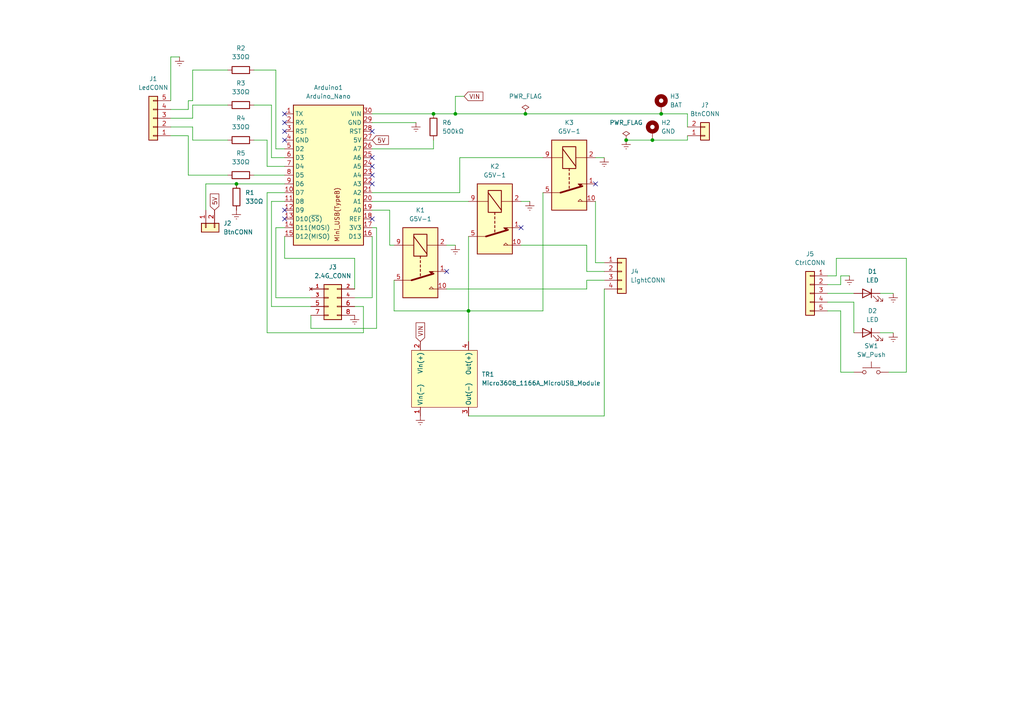
<source format=kicad_sch>
(kicad_sch (version 20211123) (generator eeschema)
  (paper "A4")
  (lib_symbols
    (symbol "Connector_Generic:Conn_01x02" (pin_names (offset 1.016) hide)
      (property "Reference" "J" (at 0 2.54 0))
      (property "Value" "Conn_01x02" (at 0 -5.08 0))
      (symbol "Conn_01x02_1_1"
        (rectangle (start -1.27 -2.413) (end 0 -2.667) (stroke (width 0.1524)))
        (rectangle (start -1.27 0.127) (end 0 -0.127) (stroke (width 0.1524)))
        (rectangle (start -1.27 1.27) (end 1.27 -3.81) (stroke (width 0.254)) (fill (type background)))
        (pin passive line (at -5.08 0 0) (length 3.81) (name "Pin_1") (number "1"))
        (pin passive line (at -5.08 -2.54 0) (length 3.81) (name "Pin_2") (number "2"))
      )
    )
    (symbol "Connector_Generic:Conn_01x04" (pin_names (offset 1.016) hide)
      (property "Reference" "J" (at 0 5.08 0))
      (property "Value" "Conn_01x04" (at 0 -7.62 0))
      (symbol "Conn_01x04_1_1"
        (rectangle (start -1.27 -4.953) (end 0 -5.207) (stroke (width 0.1524)))
        (rectangle (start -1.27 -2.413) (end 0 -2.667) (stroke (width 0.1524)))
        (rectangle (start -1.27 0.127) (end 0 -0.127) (stroke (width 0.1524)))
        (rectangle (start -1.27 2.667) (end 0 2.413) (stroke (width 0.1524)))
        (rectangle (start -1.27 3.81) (end 1.27 -6.35) (stroke (width 0.254)) (fill (type background)))
        (pin passive line (at -5.08 2.54 0) (length 3.81) (name "Pin_1") (number "1"))
        (pin passive line (at -5.08 0 0) (length 3.81) (name "Pin_2") (number "2"))
        (pin passive line (at -5.08 -2.54 0) (length 3.81) (name "Pin_3") (number "3"))
        (pin passive line (at -5.08 -5.08 0) (length 3.81) (name "Pin_4") (number "4"))
      )
    )
    (symbol "Connector_Generic:Conn_01x05" (pin_names (offset 1.016) hide)
      (property "Reference" "J" (at 0 7.62 0))
      (property "Value" "Conn_01x05" (at 0 -7.62 0))
      (symbol "Conn_01x05_1_1"
        (rectangle (start -1.27 -4.953) (end 0 -5.207) (stroke (width 0.1524)))
        (rectangle (start -1.27 -2.413) (end 0 -2.667) (stroke (width 0.1524)))
        (rectangle (start -1.27 0.127) (end 0 -0.127) (stroke (width 0.1524)))
        (rectangle (start -1.27 2.667) (end 0 2.413) (stroke (width 0.1524)))
        (rectangle (start -1.27 5.207) (end 0 4.953) (stroke (width 0.1524)))
        (rectangle (start -1.27 6.35) (end 1.27 -6.35) (stroke (width 0.254)) (fill (type background)))
        (pin passive line (at -5.08 5.08 0) (length 3.81) (name "Pin_1") (number "1"))
        (pin passive line (at -5.08 2.54 0) (length 3.81) (name "Pin_2") (number "2"))
        (pin passive line (at -5.08 0 0) (length 3.81) (name "Pin_3") (number "3"))
        (pin passive line (at -5.08 -2.54 0) (length 3.81) (name "Pin_4") (number "4"))
        (pin passive line (at -5.08 -5.08 0) (length 3.81) (name "Pin_5") (number "5"))
      )
    )
    (symbol "Connector_Generic_MountingPin:2.4G_CONN" (pin_names (offset 1.016) hide)
      (property "Reference" "J2" (at 1.27 8.89 0))
      (property "Value" "2.4G_CONN" (at 1.27 6.35 0))
      (symbol "2.4G_CONN_1_1"
        (rectangle (start -1.27 -4.953) (end 0 -5.207) (stroke (width 0.1524)))
        (rectangle (start -1.27 -2.413) (end 0 -2.667) (stroke (width 0.1524)))
        (rectangle (start -1.27 0.127) (end 0 -0.127) (stroke (width 0.1524)))
        (rectangle (start -1.27 2.667) (end 0 2.413) (stroke (width 0.1524)))
        (rectangle (start -1.27 3.81) (end 3.81 -6.35) (stroke (width 0.254)) (fill (type background)))
        (rectangle (start 3.81 -4.953) (end 2.54 -5.207) (stroke (width 0.1524)))
        (rectangle (start 3.81 -2.413) (end 2.54 -2.667) (stroke (width 0.1524)))
        (rectangle (start 3.81 0.127) (end 2.54 -0.127) (stroke (width 0.1524)))
        (rectangle (start 3.81 2.667) (end 2.54 2.413) (stroke (width 0.1524)))
        (pin no_connect line (at -5.08 2.54 0) (length 3.81) (name "EMPTY") (number "1"))
        (pin passive line (at 7.62 2.54 180) (length 3.81) (name "MISO") (number "2"))
        (pin passive line (at -5.08 0 0) (length 3.81) (name "MOSI") (number "3"))
        (pin passive line (at 7.62 0 180) (length 3.81) (name "SCLK") (number "4"))
        (pin passive line (at -5.08 -2.54 0) (length 3.81) (name "CSN") (number "5"))
        (pin passive line (at 7.62 -2.54 180) (length 3.81) (name "CE") (number "6"))
        (pin passive line (at -5.08 -5.08 0) (length 3.81) (name "VCC") (number "7"))
        (pin passive line (at 7.62 -5.08 180) (length 3.81) (name "GND") (number "8"))
      )
    )
    (symbol "Converter_DCDC:Micro3608_1166A_MicroUSB_Module"
      (property "Reference" "TR" (at 0 -11.43 0))
      (property "Value" "Micro3608_1166A_MicroUSB_Module" (at 0 -8.89 0))
      (symbol "Micro3608_1166A_MicroUSB_Module_0_1"
        (rectangle (start -8.89 11.43) (end 7.62 -7.62) (fill (type background)))
      )
      (symbol "Micro3608_1166A_MicroUSB_Module_1_1"
        (pin power_in line (at -11.43 8.89 0) (length 2.54) (name "Vin(-)") (number "1"))
        (pin power_in line (at 10.16 8.89 180) (length 2.54) (name "Vin(+)") (number "2"))
        (pin power_out line (at -11.43 -5.08 0) (length 2.54) (name "Out(-)") (number "3"))
        (pin power_out line (at 10.16 -5.08 180) (length 2.54) (name "Out(+)") (number "4"))
      )
    )
    (symbol "Device:LED" (pin_numbers hide) (pin_names (offset 1.016) hide)
      (property "Reference" "D" (at 0 2.54 0))
      (property "Value" "LED" (at 0 -2.54 0))
      (symbol "LED_0_1"
        (polyline (pts (xy -1.27 -1.27) (xy -1.27 1.27)) (stroke (width 0.254)))
        (polyline (pts (xy -1.27 0) (xy 1.27 0)))
        (polyline (pts (xy 1.27 -1.27) (xy 1.27 1.27) (xy -1.27 0) (xy 1.27 -1.27)) (stroke (width 0.254)))
        (polyline (pts (xy -3.048 -0.762) (xy -4.572 -2.286) (xy -3.81 -2.286) (xy -4.572 -2.286) (xy -4.572 -1.524)))
        (polyline (pts (xy -1.778 -0.762) (xy -3.302 -2.286) (xy -2.54 -2.286) (xy -3.302 -2.286) (xy -3.302 -1.524)))
      )
      (symbol "LED_1_1"
        (pin passive line (at -3.81 0 0) (length 2.54) (name "K") (number "1"))
        (pin passive line (at 3.81 0 180) (length 2.54) (name "A") (number "2"))
      )
    )
    (symbol "Device:R" (pin_numbers hide) (pin_names (offset 0))
      (property "Reference" "R" (at 2.032 0 90))
      (property "Value" "R" (at 0 0 90))
      (symbol "R_0_1"
        (rectangle (start -1.016 -2.54) (end 1.016 2.54) (stroke (width 0.254)))
      )
      (symbol "R_1_1"
        (pin passive line (at 0 3.81 270) (length 1.27) (name "~") (number "1"))
        (pin passive line (at 0 -3.81 90) (length 1.27) (name "~") (number "2"))
      )
    )
    (symbol "MCU_Module:Arduino_Nano"
      (property "Reference" "Arduino1" (at 0 26.67 0))
      (property "Value" "Arduino_Nano" (at 0 24.13 0))
      (symbol "Arduino_Nano_0_0"
        (text "Mini_USB(TypeB)" (at 2.54 -10.16 900) (effects (font (size 1.27 1.27))))
      )
      (symbol "Arduino_Nano_0_1"
        (rectangle (start -10.16 21.59) (end 10.16 -19.05) (stroke (width 0.254)) (fill (type background)))
      )
      (symbol "Arduino_Nano_1_1"
        (pin input line (at -12.7 19.05 0) (length 2.54) (name "TX") (number "1"))
        (pin bidirectional line (at -12.7 -3.81 0) (length 2.54) (name "D7") (number "10"))
        (pin bidirectional line (at -12.7 -6.35 0) (length 2.54) (name "D8") (number "11"))
        (pin bidirectional line (at -12.7 -8.89 0) (length 2.54) (name "D9") (number "12"))
        (pin bidirectional line (at -12.7 -11.43 0) (length 2.54) (name "D10(~{SS})") (number "13"))
        (pin bidirectional line (at -12.7 -13.97 0) (length 2.54) (name "D11(MOSI)") (number "14"))
        (pin bidirectional line (at -12.7 -16.51 0) (length 2.54) (name "D12(MISO)") (number "15"))
        (pin bidirectional line (at 12.7 -16.51 180) (length 2.54) (name "D13") (number "16"))
        (pin bidirectional line (at 12.7 -13.97 180) (length 2.54) (name "3V3") (number "17"))
        (pin bidirectional line (at 12.7 -11.43 180) (length 2.54) (name "REF") (number "18"))
        (pin bidirectional line (at 12.7 -8.89 180) (length 2.54) (name "A0") (number "19"))
        (pin output line (at -12.7 16.51 0) (length 2.54) (name "RX") (number "2"))
        (pin bidirectional line (at 12.7 -6.35 180) (length 2.54) (name "A1") (number "20"))
        (pin bidirectional line (at 12.7 -3.81 180) (length 2.54) (name "A2") (number "21"))
        (pin bidirectional line (at 12.7 -1.27 180) (length 2.54) (name "A3") (number "22"))
        (pin bidirectional line (at 12.7 1.27 180) (length 2.54) (name "A4") (number "23"))
        (pin bidirectional line (at 12.7 3.81 180) (length 2.54) (name "A5") (number "24"))
        (pin bidirectional line (at 12.7 6.35 180) (length 2.54) (name "A6") (number "25"))
        (pin bidirectional line (at 12.7 8.89 180) (length 2.54) (name "A7") (number "26"))
        (pin bidirectional line (at 12.7 11.43 180) (length 2.54) (name "5V") (number "27"))
        (pin input line (at 12.7 13.97 180) (length 2.54) (name "RST") (number "28"))
        (pin input line (at 12.7 16.51 180) (length 2.54) (name "GND") (number "29"))
        (pin bidirectional line (at -12.7 13.97 0) (length 2.54) (name "RST") (number "3"))
        (pin input line (at 12.7 19.05 180) (length 2.54) (name "VIN") (number "30"))
        (pin bidirectional line (at -12.7 11.43 0) (length 2.54) (name "GND") (number "4"))
        (pin bidirectional line (at -12.7 8.89 0) (length 2.54) (name "D2") (number "5"))
        (pin bidirectional line (at -12.7 6.35 0) (length 2.54) (name "D3") (number "6"))
        (pin bidirectional line (at -12.7 3.81 0) (length 2.54) (name "D4") (number "7"))
        (pin bidirectional line (at -12.7 1.27 0) (length 2.54) (name "D5") (number "8"))
        (pin bidirectional line (at -12.7 -1.27 0) (length 2.54) (name "D6") (number "9"))
      )
    )
    (symbol "Mechanical:MountingHole_Pad" (pin_numbers hide) (pin_names (offset 1.016) hide)
      (property "Reference" "H" (at 0 6.35 0))
      (property "Value" "MountingHole_Pad" (at 0 4.445 0))
      (symbol "MountingHole_Pad_0_1"
        (circle (center 0 1.27) (radius 1.27) (stroke (width 1.27)))
      )
      (symbol "MountingHole_Pad_1_1"
        (pin input line (at 0 -2.54 90) (length 2.54) (name "1") (number "1"))
      )
    )
    (symbol "Relay:G5V-1"
      (property "Reference" "K" (at 11.43 3.81 0))
      (property "Value" "G5V-1" (at 11.43 1.27 0))
      (symbol "G5V-1_0_0"
        (polyline (pts (xy 7.62 5.08) (xy 7.62 2.54) (xy 6.985 3.175) (xy 7.62 3.81)))
      )
      (symbol "G5V-1_0_1"
        (rectangle (start -10.16 5.08) (end 10.16 -5.08) (stroke (width 0.254)) (fill (type background)))
        (rectangle (start -8.255 1.905) (end -1.905 -1.905) (stroke (width 0.254)))
        (polyline (pts (xy -7.62 -1.905) (xy -2.54 1.905)) (stroke (width 0.254)))
        (polyline (pts (xy -5.08 -5.08) (xy -5.08 -1.905)))
        (polyline (pts (xy -5.08 5.08) (xy -5.08 1.905)))
        (polyline (pts (xy -1.905 0) (xy -1.27 0)) (stroke (width 0.254)))
        (polyline (pts (xy -0.635 0) (xy 0 0)) (stroke (width 0.254)))
        (polyline (pts (xy 0.635 0) (xy 1.27 0)) (stroke (width 0.254)))
        (polyline (pts (xy 1.905 0) (xy 2.54 0)) (stroke (width 0.254)))
        (polyline (pts (xy 3.175 0) (xy 3.81 0)) (stroke (width 0.254)))
        (polyline (pts (xy 5.08 -2.54) (xy 3.175 3.81)) (stroke (width 0.508)))
        (polyline (pts (xy 5.08 -2.54) (xy 5.08 -5.08)))
        (polyline (pts (xy 2.54 5.08) (xy 2.54 2.54) (xy 3.175 3.175) (xy 2.54 3.81)) (fill (type outline)))
      )
      (symbol "G5V-1_1_1"
        (pin passive line (at 2.54 7.62 270) (length 2.54) (name "~") (number "1"))
        (pin passive line (at 7.62 7.62 270) (length 2.54) (name "~") (number "10"))
        (pin passive line (at -5.08 7.62 270) (length 2.54) (name "~") (number "2"))
        (pin passive line (at 5.08 -7.62 90) (length 2.54) (name "~") (number "5"))
        (pin passive line (at 5.08 -7.62 90) (length 2.54) hide (name "~") (number "6"))
        (pin passive line (at -5.08 -7.62 90) (length 2.54) (name "~") (number "9"))
      )
    )
    (symbol "Switch:SW_Push" (pin_numbers hide) (pin_names (offset 1.016) hide)
      (property "Reference" "SW" (at 1.27 2.54 0))
      (property "Value" "SW_Push" (at 0 -1.524 0))
      (symbol "SW_Push_0_1"
        (circle (center -2.032 0) (radius 0.508))
        (polyline (pts (xy 0 1.27) (xy 0 3.048)))
        (polyline (pts (xy 2.54 1.27) (xy -2.54 1.27)))
        (circle (center 2.032 0) (radius 0.508))
        (pin passive line (at -5.08 0 0) (length 2.54) (name "1") (number "1"))
        (pin passive line (at 5.08 0 180) (length 2.54) (name "2") (number "2"))
      )
    )
    (symbol "power:Earth" (power) (pin_names (offset 0))
      (symbol "Earth_0_1"
        (polyline (pts (xy -0.635 -1.905) (xy 0.635 -1.905)))
        (polyline (pts (xy -0.127 -2.54) (xy 0.127 -2.54)))
        (polyline (pts (xy 0 -1.27) (xy 0 0)))
        (polyline (pts (xy 1.27 -1.27) (xy -1.27 -1.27)))
      )
      (symbol "Earth_1_1"
        (pin power_in line (at 0 0 270) (length 0) hide (name "Earth") (number "1"))
      )
    )
    (symbol "power:PWR_FLAG" (power) (pin_numbers hide) (pin_names (offset 0) hide)
      (property "Value" "PWR_FLAG" (at 0 3.81 0))
      (symbol "PWR_FLAG_0_0"
        (pin power_out line (at 0 0 90) (length 0) (name "pwr") (number "1"))
      )
      (symbol "PWR_FLAG_0_1"
        (polyline (pts (xy 0 0) (xy 0 1.27) (xy -1.016 1.905) (xy 0 2.54) (xy 1.016 1.905) (xy 0 1.27)))
      )
    )
  )
  (junction (at 189.23 40.64))
  (junction (at 181.61 40.64))
  (junction (at 191.77 33.02))
  (junction (at 132.08 33.02))
  (junction (at 125.73 33.02))
  (junction (at 152.4 33.02))
  (junction (at 68.58 53.34))
  (junction (at 135.89 90.17))
  (no_connect (at 107.95 50.8))
  (no_connect (at 107.95 38.1))
  (no_connect (at 107.95 63.5))
  (no_connect (at 107.95 53.34))
  (no_connect (at 82.55 33.02))
  (no_connect (at 82.55 40.64))
  (no_connect (at 107.95 48.26))
  (no_connect (at 82.55 63.5))
  (no_connect (at 82.55 35.56))
  (no_connect (at 107.95 45.72))
  (no_connect (at 172.72 53.34))
  (no_connect (at 151.13 66.04))
  (no_connect (at 129.54 78.74))
  (no_connect (at 82.55 38.1))
  (no_connect (at 82.55 60.96))
  (wire (pts (xy 107.95 60.96) (xy 113.03 60.96)))
  (wire (pts (xy 240.03 82.55) (xy 243.84 82.55)))
  (wire (pts (xy 77.47 55.88) (xy 77.47 96.52)))
  (wire (pts (xy 66.04 20.32) (xy 55.88 20.32)))
  (wire (pts (xy 133.35 45.72) (xy 133.35 55.88)))
  (wire (pts (xy 55.88 40.64) (xy 55.88 36.83)))
  (wire (pts (xy 73.66 40.64) (xy 77.47 40.64)))
  (wire (pts (xy 114.3 90.17) (xy 114.3 81.28)))
  (wire (pts (xy 80.01 86.36) (xy 90.17 86.36)))
  (wire (pts (xy 125.73 33.02) (xy 132.08 33.02)))
  (wire (pts (xy 77.47 40.64) (xy 77.47 48.26)))
  (wire (pts (xy 170.18 81.28) (xy 175.26 81.28)))
  (wire (pts (xy 151.13 71.12) (xy 170.18 71.12)))
  (wire (pts (xy 172.72 45.72) (xy 175.26 45.72)))
  (wire (pts (xy 157.48 55.88) (xy 157.48 90.17)))
  (wire (pts (xy 132.08 33.02) (xy 152.4 33.02)))
  (wire (pts (xy 68.58 53.34) (xy 82.55 53.34)))
  (wire (pts (xy 125.73 40.64) (xy 125.73 43.18)))
  (wire (pts (xy 135.89 90.17) (xy 135.89 68.58)))
  (wire (pts (xy 107.95 68.58) (xy 107.95 86.36)))
  (wire (pts (xy 129.54 83.82) (xy 170.18 83.82)))
  (wire (pts (xy 129.54 71.12) (xy 132.08 71.12)))
  (wire (pts (xy 54.61 31.75) (xy 49.53 31.75)))
  (wire (pts (xy 240.03 87.63) (xy 247.65 87.63)))
  (wire (pts (xy 78.74 88.9) (xy 90.17 88.9)))
  (wire (pts (xy 152.4 33.02) (xy 191.77 33.02)))
  (wire (pts (xy 54.61 29.21) (xy 54.61 31.75)))
  (wire (pts (xy 199.39 33.02) (xy 199.39 36.83)))
  (wire (pts (xy 170.18 78.74) (xy 175.26 78.74)))
  (wire (pts (xy 77.47 48.26) (xy 82.55 48.26)))
  (wire (pts (xy 255.27 96.52) (xy 259.08 96.52)))
  (wire (pts (xy 82.55 58.42) (xy 78.74 58.42)))
  (wire (pts (xy 59.69 53.34) (xy 59.69 60.96)))
  (wire (pts (xy 113.03 71.12) (xy 114.3 71.12)))
  (wire (pts (xy 107.95 86.36) (xy 102.87 86.36)))
  (wire (pts (xy 66.04 50.8) (xy 54.61 50.8)))
  (wire (pts (xy 132.08 27.94) (xy 134.62 27.94)))
  (wire (pts (xy 113.03 60.96) (xy 113.03 71.12)))
  (wire (pts (xy 170.18 71.12) (xy 170.18 78.74)))
  (wire (pts (xy 73.66 50.8) (xy 82.55 50.8)))
  (wire (pts (xy 55.88 34.29) (xy 49.53 34.29)))
  (wire (pts (xy 54.61 39.37) (xy 49.53 39.37)))
  (wire (pts (xy 170.18 83.82) (xy 170.18 81.28)))
  (wire (pts (xy 66.04 40.64) (xy 55.88 40.64)))
  (wire (pts (xy 80.01 66.04) (xy 80.01 86.36)))
  (wire (pts (xy 135.89 90.17) (xy 114.3 90.17)))
  (wire (pts (xy 78.74 30.48) (xy 78.74 45.72)))
  (wire (pts (xy 54.61 50.8) (xy 54.61 39.37)))
  (wire (pts (xy 107.95 58.42) (xy 135.89 58.42)))
  (wire (pts (xy 82.55 66.04) (xy 80.01 66.04)))
  (wire (pts (xy 243.84 80.01) (xy 246.38 80.01)))
  (wire (pts (xy 105.41 96.52) (xy 105.41 88.9)))
  (wire (pts (xy 247.65 87.63) (xy 247.65 96.52)))
  (wire (pts (xy 102.87 88.9) (xy 105.41 88.9)))
  (wire (pts (xy 191.77 33.02) (xy 199.39 33.02)))
  (wire (pts (xy 135.89 99.06) (xy 135.89 90.17)))
  (wire (pts (xy 255.27 85.09) (xy 259.08 85.09)))
  (wire (pts (xy 157.48 45.72) (xy 133.35 45.72)))
  (wire (pts (xy 262.89 74.93) (xy 262.89 107.95)))
  (wire (pts (xy 78.74 58.42) (xy 78.74 88.9)))
  (wire (pts (xy 55.88 29.21) (xy 54.61 29.21)))
  (wire (pts (xy 109.22 66.04) (xy 109.22 95.25)))
  (wire (pts (xy 157.48 90.17) (xy 135.89 90.17)))
  (wire (pts (xy 175.26 120.65) (xy 175.26 83.82)))
  (wire (pts (xy 102.87 74.93) (xy 102.87 83.82)))
  (wire (pts (xy 73.66 20.32) (xy 80.01 20.32)))
  (wire (pts (xy 90.17 95.25) (xy 109.22 95.25)))
  (wire (pts (xy 107.95 43.18) (xy 125.73 43.18)))
  (wire (pts (xy 66.04 30.48) (xy 55.88 30.48)))
  (wire (pts (xy 55.88 20.32) (xy 55.88 29.21)))
  (wire (pts (xy 55.88 36.83) (xy 49.53 36.83)))
  (wire (pts (xy 172.72 76.2) (xy 175.26 76.2)))
  (wire (pts (xy 240.03 85.09) (xy 247.65 85.09)))
  (wire (pts (xy 151.13 58.42) (xy 153.67 58.42)))
  (wire (pts (xy 73.66 30.48) (xy 78.74 30.48)))
  (wire (pts (xy 242.57 80.01) (xy 242.57 74.93)))
  (wire (pts (xy 243.84 82.55) (xy 243.84 80.01)))
  (wire (pts (xy 78.74 45.72) (xy 82.55 45.72)))
  (wire (pts (xy 132.08 33.02) (xy 132.08 27.94)))
  (wire (pts (xy 257.81 107.95) (xy 262.89 107.95)))
  (wire (pts (xy 189.23 40.64) (xy 199.39 40.64)))
  (wire (pts (xy 172.72 58.42) (xy 172.72 76.2)))
  (wire (pts (xy 80.01 20.32) (xy 80.01 43.18)))
  (wire (pts (xy 107.95 55.88) (xy 133.35 55.88)))
  (wire (pts (xy 181.61 40.64) (xy 189.23 40.64)))
  (wire (pts (xy 80.01 43.18) (xy 82.55 43.18)))
  (wire (pts (xy 82.55 55.88) (xy 77.47 55.88)))
  (wire (pts (xy 82.55 68.58) (xy 82.55 74.93)))
  (wire (pts (xy 77.47 96.52) (xy 105.41 96.52)))
  (wire (pts (xy 240.03 90.17) (xy 243.84 90.17)))
  (wire (pts (xy 242.57 74.93) (xy 262.89 74.93)))
  (wire (pts (xy 107.95 35.56) (xy 120.65 35.56)))
  (wire (pts (xy 135.89 120.65) (xy 175.26 120.65)))
  (wire (pts (xy 243.84 107.95) (xy 247.65 107.95)))
  (wire (pts (xy 49.53 16.51) (xy 52.07 16.51)))
  (wire (pts (xy 243.84 90.17) (xy 243.84 107.95)))
  (wire (pts (xy 199.39 40.64) (xy 199.39 39.37)))
  (wire (pts (xy 107.95 66.04) (xy 109.22 66.04)))
  (wire (pts (xy 55.88 30.48) (xy 55.88 34.29)))
  (wire (pts (xy 49.53 29.21) (xy 49.53 16.51)))
  (wire (pts (xy 59.69 53.34) (xy 68.58 53.34)))
  (wire (pts (xy 240.03 80.01) (xy 242.57 80.01)))
  (wire (pts (xy 107.95 33.02) (xy 125.73 33.02)))
  (wire (pts (xy 90.17 91.44) (xy 90.17 95.25)))
  (wire (pts (xy 82.55 74.93) (xy 102.87 74.93)))
  (global_label "VIN" (shape input) (at 121.92 99.06 90) (property "Intersheet References" "${INTERSHEET_REFS}" (effects hide)))
  (global_label "5V" (shape input) (at 107.95 40.64 0) (property "Intersheet References" "${INTERSHEET_REFS}" (effects hide)))
  (global_label "5V" (shape input) (at 62.23 60.96 90) (property "Intersheet References" "${INTERSHEET_REFS}" (effects hide)))
  (global_label "VIN" (shape input) (at 134.62 27.94 0) (property "Intersheet References" "${INTERSHEET_REFS}" (effects hide)))
  (symbol (lib_id "power:Earth") (at 68.58 60.96 0) (unit 1)
    (property "Reference" "#PWR0114" (effects hide))
    (property "Value" "Earth" (effects hide))
  )
  (symbol (lib_id "Relay:G5V-1") (at 121.92 76.2 270) (unit 1)
    (property "Reference" "K1" (at 121.92 60.96 90))
    (property "Value" "G5V-1" (at 121.92 63.5 90))
    (property "Footprint" "Relay_THT:Relay_SPDT_Omron_G5V-1" (effects hide))
    (property "Datasheet" "http://omronfs.omron.com/en_US/ecb/products/pdf/en-g5v_1.pdf" (effects hide))
  )
  (symbol (lib_id "power:Earth") (at 132.08 71.12 0) (unit 1)
    (property "Reference" "#PWR0112" (effects hide))
    (property "Value" "Earth" (effects hide))
  )
  (symbol (lib_id "power:Earth") (at 121.92 120.65 0) (unit 1)
    (property "Reference" "#PWR0108" (effects hide))
    (property "Value" "Earth" (effects hide))
  )
  (symbol (lib_id "Device:R") (at 69.85 20.32 90) (unit 1)
    (property "Reference" "R2" (at 69.85 13.97 90))
    (property "Value" "330Ω" (at 69.85 16.51 90))
    (property "Footprint" "Resistor_SMD:R_1206_3216Metric_Pad1.30x1.75mm_HandSolder" (effects hide))
  )
  (symbol (lib_id "power:Earth") (at 52.07 16.51 0) (unit 1)
    (property "Reference" "#PWR0101" (effects hide))
    (property "Value" "Earth" (effects hide))
  )
  (symbol (lib_id "Connector_Generic_MountingPin:2.4G_CONN") (at 95.25 86.36 0) (unit 1)
    (property "Reference" "J3" (at 96.52 77.47 0))
    (property "Value" "2.4G_CONN" (at 96.52 80.01 0))
    (property "Footprint" "Connector_PinHeader_2.54mm:PinHeader_2x04_P2.54mm_Vertical" (effects hide))
  )
  (symbol (lib_id "Relay:G5V-1") (at 143.51 63.5 270) (unit 1)
    (property "Reference" "K2" (at 143.51 48.26 90))
    (property "Value" "G5V-1" (at 143.51 50.8 90))
    (property "Footprint" "Relay_THT:Relay_SPDT_Omron_G5V-1" (effects hide))
    (property "Datasheet" "http://omronfs.omron.com/en_US/ecb/products/pdf/en-g5v_1.pdf" (effects hide))
  )
  (symbol (lib_id "power:Earth") (at 246.38 80.01 0) (unit 1)
    (property "Reference" "#PWR0104" (effects hide))
    (property "Value" "Earth" (effects hide))
  )
  (symbol (lib_id "Mechanical:MountingHole_Pad") (at 189.23 38.1 0) (unit 1)
    (property "Reference" "H2" (at 191.77 35.5599 0) (effects (justify left)))
    (property "Value" "GND" (at 191.77 38.0999 0) (effects (justify left)))
    (property "Footprint" "TestPoint:TestPoint_Pad_D3.0mm" (effects hide))
  )
  (symbol (lib_id "Device:LED") (at 251.46 96.52 0) (mirror y) (unit 1)
    (property "Reference" "D2" (at 253.0475 90.17 0))
    (property "Value" "LED" (at 253.0475 92.71 0))
    (property "Footprint" "LED_THT:LED_D5.0mm" (effects hide))
  )
  (symbol (lib_id "Converter_DCDC:Micro3608_1166A_MicroUSB_Module") (at 130.81 109.22 90) (unit 1)
    (property "Reference" "TR1" (at 139.7 108.5849 90) (effects (justify right)))
    (property "Value" "Micro3608_1166A_MicroUSB_Module" (at 139.7 111.1249 90) (effects (justify right)))
    (property "Footprint" "Transistor_Power_Module:Micro3608_1166A_MicroUSB_Module" (effects hide))
  )
  (symbol (lib_id "Switch:SW_Push") (at 252.73 107.95 0) (unit 1)
    (property "Reference" "SW1" (at 252.73 100.33 0))
    (property "Value" "SW_Push" (at 252.73 102.87 0))
    (property "Footprint" "Connector_PinHeader_2.54mm:PinHeader_1x02_P2.54mm_Vertical" (effects hide))
  )
  (symbol (lib_id "Connector_Generic:Conn_01x02") (at 59.69 66.04 90) (mirror x) (unit 1)
    (property "Reference" "J2" (at 64.77 64.7699 90) (effects (justify right)))
    (property "Value" "BtnCONN" (at 64.77 67.3099 90) (effects (justify right)))
    (property "Footprint" "Connector_PinHeader_2.54mm:PinHeader_1x02_P2.54mm_Vertical" (effects hide))
  )
  (symbol (lib_id "Connector_Generic:Conn_01x05") (at 44.45 34.29 180) (unit 1)
    (property "Reference" "J1" (at 44.45 22.86 0))
    (property "Value" "LedCONN" (at 44.45 25.4 0))
    (property "Footprint" "Connector_PinHeader_2.54mm:PinHeader_1x05_P2.54mm_Vertical" (effects hide))
  )
  (symbol (lib_id "power:PWR_FLAG") (at 152.4 33.02 0) (unit 1)
    (property "Reference" "#FLG0101" (effects hide))
    (property "Value" "PWR_FLAG" (at 152.4 27.94 0))
  )
  (symbol (lib_id "power:Earth") (at 153.67 58.42 0) (unit 1)
    (property "Reference" "#PWR0106" (effects hide))
    (property "Value" "Earth" (effects hide))
  )
  (symbol (lib_id "Connector_Generic:Conn_01x02") (at 204.47 39.37 0) (mirror x) (unit 1)
    (property "Reference" "J?" (at 204.47 30.48 0))
    (property "Value" "BtnCONN" (at 204.47 33.02 0))
    (property "Footprint" "Connector_PinHeader_2.54mm:PinHeader_1x02_P2.54mm_Vertical" (effects hide))
  )
  (symbol (lib_id "Device:R") (at 125.73 36.83 0) (unit 1)
    (property "Reference" "R6" (at 128.27 35.5599 0) (effects (justify left)))
    (property "Value" "500kΩ" (at 128.27 38.0999 0) (effects (justify left)))
    (property "Footprint" "Resistor_SMD:R_1206_3216Metric_Pad1.30x1.75mm_HandSolder" (effects hide))
  )
  (symbol (lib_id "power:PWR_FLAG") (at 181.61 40.64 0) (unit 1)
    (property "Reference" "#FLG01" (effects hide))
    (property "Value" "PWR_FLAG" (at 181.61 35.56 0))
  )
  (symbol (lib_id "power:Earth") (at 102.87 91.44 0) (unit 1)
    (property "Reference" "#PWR0113" (effects hide))
    (property "Value" "Earth" (effects hide))
  )
  (symbol (lib_id "MCU_Module:Arduino_Nano") (at 95.25 52.07 0) (unit 1)
    (property "Reference" "Arduino1" (at 95.25 25.4 0))
    (property "Value" "Arduino_Nano" (at 95.25 27.94 0))
    (property "Footprint" "Module:Arduino_Nano" (effects hide))
  )
  (symbol (lib_id "Device:R") (at 69.85 30.48 90) (unit 1)
    (property "Reference" "R3" (at 69.85 24.13 90))
    (property "Value" "330Ω" (at 69.85 26.67 90))
    (property "Footprint" "Resistor_SMD:R_1206_3216Metric_Pad1.30x1.75mm_HandSolder" (effects hide))
  )
  (symbol (lib_id "power:Earth") (at 259.08 96.52 0) (unit 1)
    (property "Reference" "#PWR0102" (effects hide))
    (property "Value" "Earth" (effects hide))
  )
  (symbol (lib_id "Mechanical:MountingHole_Pad") (at 191.77 30.48 0) (unit 1)
    (property "Reference" "H3" (at 194.31 27.9399 0) (effects (justify left)))
    (property "Value" "BAT" (at 194.31 30.4799 0) (effects (justify left)))
    (property "Footprint" "TestPoint:TestPoint_Pad_D3.0mm" (effects hide))
  )
  (symbol (lib_id "power:Earth") (at 120.65 35.56 0) (unit 1)
    (property "Reference" "#PWR0111" (effects hide))
    (property "Value" "Earth" (effects hide))
  )
  (symbol (lib_id "Relay:G5V-1") (at 165.1 50.8 270) (unit 1)
    (property "Reference" "K3" (at 165.1 35.56 90))
    (property "Value" "G5V-1" (at 165.1 38.1 90))
    (property "Footprint" "Relay_THT:Relay_SPDT_Omron_G5V-1" (effects hide))
    (property "Datasheet" "http://omronfs.omron.com/en_US/ecb/products/pdf/en-g5v_1.pdf" (effects hide))
  )
  (symbol (lib_id "power:Earth") (at 181.61 40.64 0) (unit 1)
    (property "Reference" "#PWR02" (effects hide))
    (property "Value" "Earth" (effects hide))
  )
  (symbol (lib_id "power:Earth") (at 175.26 45.72 0) (unit 1)
    (property "Reference" "#PWR0107" (effects hide))
    (property "Value" "Earth" (effects hide))
  )
  (symbol (lib_id "Device:R") (at 68.58 57.15 0) (unit 1)
    (property "Reference" "R1" (at 71.12 55.8799 0) (effects (justify left)))
    (property "Value" "330Ω" (at 71.12 58.4199 0) (effects (justify left)))
    (property "Footprint" "Resistor_SMD:R_1206_3216Metric_Pad1.30x1.75mm_HandSolder" (effects hide))
  )
  (symbol (lib_id "Device:LED") (at 251.46 85.09 0) (mirror y) (unit 1)
    (property "Reference" "D1" (at 253.0475 78.74 0))
    (property "Value" "LED" (at 253.0475 81.28 0))
    (property "Footprint" "LED_THT:LED_D5.0mm" (effects hide))
  )
  (symbol (lib_id "power:Earth") (at 259.08 85.09 0) (unit 1)
    (property "Reference" "#PWR0103" (effects hide))
    (property "Value" "Earth" (effects hide))
  )
  (symbol (lib_id "Device:R") (at 69.85 50.8 90) (unit 1)
    (property "Reference" "R5" (at 69.85 44.45 90))
    (property "Value" "330Ω" (at 69.85 46.99 90))
    (property "Footprint" "Resistor_SMD:R_1206_3216Metric_Pad1.30x1.75mm_HandSolder" (effects hide))
  )
  (symbol (lib_id "Connector_Generic:Conn_01x04") (at 180.34 78.74 0) (unit 1)
    (property "Reference" "J4" (at 182.88 78.7399 0) (effects (justify left)))
    (property "Value" "LightCONN" (at 182.88 81.2799 0) (effects (justify left)))
    (property "Footprint" "Connector_PinHeader_2.54mm:PinHeader_1x04_P2.54mm_Vertical" (effects hide))
  )
  (symbol (lib_id "Device:R") (at 69.85 40.64 90) (unit 1)
    (property "Reference" "R4" (at 69.85 34.29 90))
    (property "Value" "330Ω" (at 69.85 36.83 90))
    (property "Footprint" "Resistor_SMD:R_1206_3216Metric_Pad1.30x1.75mm_HandSolder" (effects hide))
  )
  (symbol (lib_id "Connector_Generic:Conn_01x05") (at 234.95 85.09 0) (mirror y) (unit 1)
    (property "Reference" "J5" (at 234.95 73.66 0))
    (property "Value" "CtrlCONN" (at 234.95 76.2 0))
    (property "Footprint" "Connector_PinHeader_2.54mm:PinHeader_1x05_P2.54mm_Vertical" (effects hide))
  )
)
</source>
